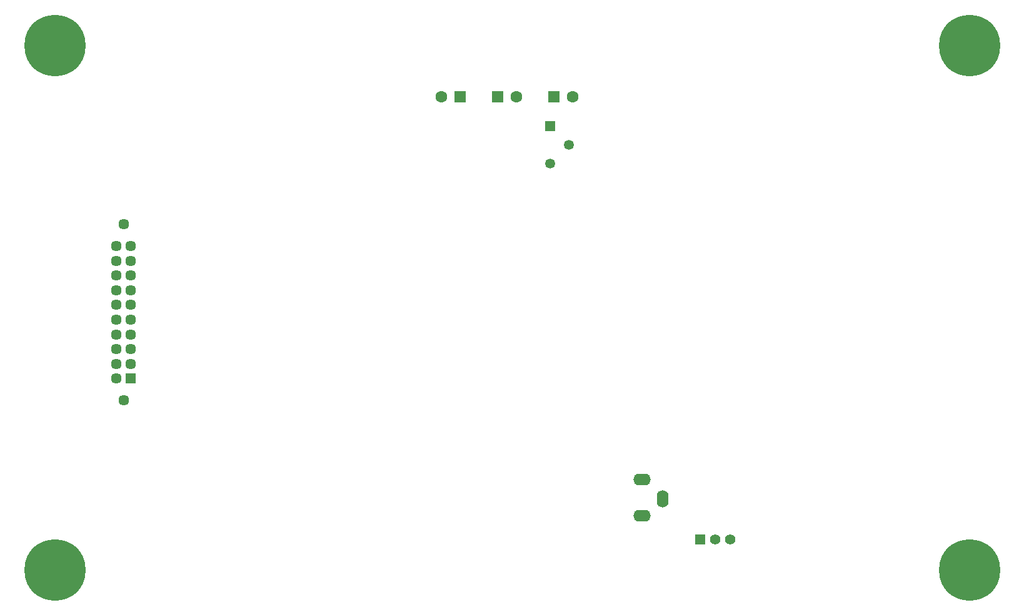
<source format=gbs>
G04*
G04 #@! TF.GenerationSoftware,Altium Limited,Altium Designer,21.2.0 (30)*
G04*
G04 Layer_Color=16711935*
%FSLAX25Y25*%
%MOIN*%
G70*
G04*
G04 #@! TF.SameCoordinates,74D48CB8-E722-4D7A-A080-E4722F553172*
G04*
G04*
G04 #@! TF.FilePolarity,Negative*
G04*
G01*
G75*
%ADD69C,0.32677*%
%ADD70R,0.05512X0.05512*%
%ADD71C,0.05512*%
%ADD72C,0.06299*%
%ADD73R,0.06299X0.06299*%
%ADD74C,0.05709*%
%ADD75R,0.05709X0.05709*%
%ADD76O,0.09252X0.06299*%
%ADD77O,0.06299X0.09252*%
%ADD78R,0.05315X0.05315*%
%ADD79C,0.05315*%
D69*
X0Y280000D02*
D03*
X487500D02*
D03*
Y0D02*
D03*
X0D02*
D03*
D70*
X344126Y16165D02*
D03*
D71*
X352000D02*
D03*
X359874D02*
D03*
D72*
X206000Y252500D02*
D03*
X246000D02*
D03*
X276000D02*
D03*
D73*
X216000D02*
D03*
X236000D02*
D03*
X266000D02*
D03*
D74*
X32563Y172882D02*
D03*
X40437D02*
D03*
X32563Y165008D02*
D03*
Y157134D02*
D03*
X40437Y165008D02*
D03*
Y157134D02*
D03*
X36500Y184398D02*
D03*
X40437Y141386D02*
D03*
Y149260D02*
D03*
X32563Y141386D02*
D03*
Y149260D02*
D03*
X36500Y90500D02*
D03*
X32563Y102016D02*
D03*
Y133512D02*
D03*
Y125638D02*
D03*
Y117764D02*
D03*
Y109890D02*
D03*
X40437Y133512D02*
D03*
Y125638D02*
D03*
Y117764D02*
D03*
Y109890D02*
D03*
D75*
Y102016D02*
D03*
D76*
X313000Y48063D02*
D03*
Y28772D02*
D03*
D77*
X324024Y37827D02*
D03*
D78*
X264138Y237000D02*
D03*
D79*
X274138Y227000D02*
D03*
X264138Y217000D02*
D03*
M02*

</source>
